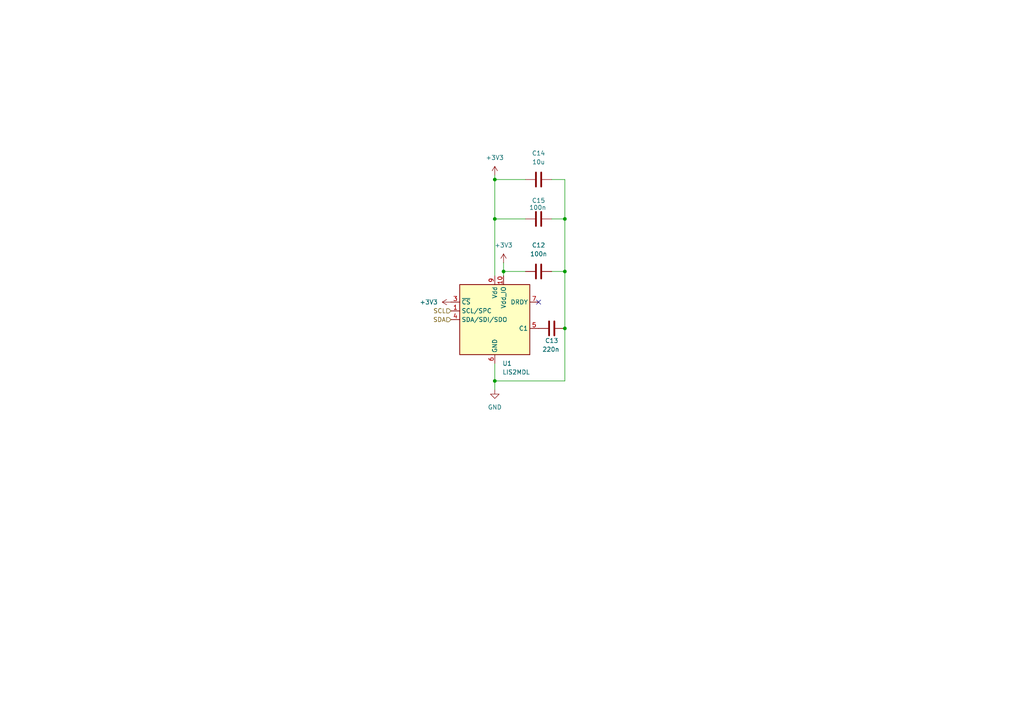
<source format=kicad_sch>
(kicad_sch
	(version 20231120)
	(generator "eeschema")
	(generator_version "8.0")
	(uuid "ec9f6516-d8a1-42aa-992d-fa3f4d02712a")
	(paper "A4")
	(lib_symbols
		(symbol "Device:C"
			(pin_numbers hide)
			(pin_names
				(offset 0.254)
			)
			(exclude_from_sim no)
			(in_bom yes)
			(on_board yes)
			(property "Reference" "C"
				(at 0.635 2.54 0)
				(effects
					(font
						(size 1.27 1.27)
					)
					(justify left)
				)
			)
			(property "Value" "C"
				(at 0.635 -2.54 0)
				(effects
					(font
						(size 1.27 1.27)
					)
					(justify left)
				)
			)
			(property "Footprint" ""
				(at 0.9652 -3.81 0)
				(effects
					(font
						(size 1.27 1.27)
					)
					(hide yes)
				)
			)
			(property "Datasheet" "~"
				(at 0 0 0)
				(effects
					(font
						(size 1.27 1.27)
					)
					(hide yes)
				)
			)
			(property "Description" "Unpolarized capacitor"
				(at 0 0 0)
				(effects
					(font
						(size 1.27 1.27)
					)
					(hide yes)
				)
			)
			(property "ki_keywords" "cap capacitor"
				(at 0 0 0)
				(effects
					(font
						(size 1.27 1.27)
					)
					(hide yes)
				)
			)
			(property "ki_fp_filters" "C_*"
				(at 0 0 0)
				(effects
					(font
						(size 1.27 1.27)
					)
					(hide yes)
				)
			)
			(symbol "C_0_1"
				(polyline
					(pts
						(xy -2.032 -0.762) (xy 2.032 -0.762)
					)
					(stroke
						(width 0.508)
						(type default)
					)
					(fill
						(type none)
					)
				)
				(polyline
					(pts
						(xy -2.032 0.762) (xy 2.032 0.762)
					)
					(stroke
						(width 0.508)
						(type default)
					)
					(fill
						(type none)
					)
				)
			)
			(symbol "C_1_1"
				(pin passive line
					(at 0 3.81 270)
					(length 2.794)
					(name "~"
						(effects
							(font
								(size 1.27 1.27)
							)
						)
					)
					(number "1"
						(effects
							(font
								(size 1.27 1.27)
							)
						)
					)
				)
				(pin passive line
					(at 0 -3.81 90)
					(length 2.794)
					(name "~"
						(effects
							(font
								(size 1.27 1.27)
							)
						)
					)
					(number "2"
						(effects
							(font
								(size 1.27 1.27)
							)
						)
					)
				)
			)
		)
		(symbol "Sensor_Magnetic:LIS2MDL"
			(exclude_from_sim no)
			(in_bom yes)
			(on_board yes)
			(property "Reference" "U"
				(at -8.89 11.43 0)
				(effects
					(font
						(size 1.27 1.27)
					)
				)
			)
			(property "Value" "LIS2MDL"
				(at 7.62 11.43 0)
				(effects
					(font
						(size 1.27 1.27)
					)
				)
			)
			(property "Footprint" "Package_LGA:LGA-12_2x2mm_P0.5mm"
				(at 30.48 -7.62 0)
				(effects
					(font
						(size 1.27 1.27)
					)
					(hide yes)
				)
			)
			(property "Datasheet" "https://www.st.com/resource/en/datasheet/lis2mdl.pdf"
				(at 38.1 -10.16 0)
				(effects
					(font
						(size 1.27 1.27)
					)
					(hide yes)
				)
			)
			(property "Description" "Ultra-low-power, 3-axis digital output magnetometer, LGA-12"
				(at 0 0 0)
				(effects
					(font
						(size 1.27 1.27)
					)
					(hide yes)
				)
			)
			(property "ki_keywords" "digital magnetometer"
				(at 0 0 0)
				(effects
					(font
						(size 1.27 1.27)
					)
					(hide yes)
				)
			)
			(property "ki_fp_filters" "LGA*2x2mm*P0.5mm*"
				(at 0 0 0)
				(effects
					(font
						(size 1.27 1.27)
					)
					(hide yes)
				)
			)
			(symbol "LIS2MDL_0_1"
				(rectangle
					(start -10.16 10.16)
					(end 10.16 -10.16)
					(stroke
						(width 0.254)
						(type default)
					)
					(fill
						(type background)
					)
				)
			)
			(symbol "LIS2MDL_1_1"
				(pin input line
					(at -12.7 2.54 0)
					(length 2.54)
					(name "SCL/SPC"
						(effects
							(font
								(size 1.27 1.27)
							)
						)
					)
					(number "1"
						(effects
							(font
								(size 1.27 1.27)
							)
						)
					)
				)
				(pin power_in line
					(at 2.54 12.7 270)
					(length 2.54)
					(name "Vdd_IO"
						(effects
							(font
								(size 1.27 1.27)
							)
						)
					)
					(number "10"
						(effects
							(font
								(size 1.27 1.27)
							)
						)
					)
				)
				(pin no_connect line
					(at -10.16 -7.62 0)
					(length 2.54) hide
					(name "NC"
						(effects
							(font
								(size 1.27 1.27)
							)
						)
					)
					(number "11"
						(effects
							(font
								(size 1.27 1.27)
							)
						)
					)
				)
				(pin no_connect line
					(at 10.16 -7.62 180)
					(length 2.54) hide
					(name "NC"
						(effects
							(font
								(size 1.27 1.27)
							)
						)
					)
					(number "12"
						(effects
							(font
								(size 1.27 1.27)
							)
						)
					)
				)
				(pin no_connect line
					(at -10.16 -5.08 0)
					(length 2.54) hide
					(name "NC"
						(effects
							(font
								(size 1.27 1.27)
							)
						)
					)
					(number "2"
						(effects
							(font
								(size 1.27 1.27)
							)
						)
					)
				)
				(pin input line
					(at -12.7 5.08 0)
					(length 2.54)
					(name "~{CS}"
						(effects
							(font
								(size 1.27 1.27)
							)
						)
					)
					(number "3"
						(effects
							(font
								(size 1.27 1.27)
							)
						)
					)
				)
				(pin bidirectional line
					(at -12.7 0 0)
					(length 2.54)
					(name "SDA/SDI/SDO"
						(effects
							(font
								(size 1.27 1.27)
							)
						)
					)
					(number "4"
						(effects
							(font
								(size 1.27 1.27)
							)
						)
					)
				)
				(pin power_out line
					(at 12.7 -2.54 180)
					(length 2.54)
					(name "C1"
						(effects
							(font
								(size 1.27 1.27)
							)
						)
					)
					(number "5"
						(effects
							(font
								(size 1.27 1.27)
							)
						)
					)
				)
				(pin power_in line
					(at 0 -12.7 90)
					(length 2.54)
					(name "GND"
						(effects
							(font
								(size 1.27 1.27)
							)
						)
					)
					(number "6"
						(effects
							(font
								(size 1.27 1.27)
							)
						)
					)
				)
				(pin output line
					(at 12.7 5.08 180)
					(length 2.54)
					(name "DRDY"
						(effects
							(font
								(size 1.27 1.27)
							)
						)
					)
					(number "7"
						(effects
							(font
								(size 1.27 1.27)
							)
						)
					)
					(alternate "INT" output line)
					(alternate "SDO" output line)
				)
				(pin passive line
					(at 0 -12.7 90)
					(length 2.54) hide
					(name "GND"
						(effects
							(font
								(size 1.27 1.27)
							)
						)
					)
					(number "8"
						(effects
							(font
								(size 1.27 1.27)
							)
						)
					)
				)
				(pin power_in line
					(at 0 12.7 270)
					(length 2.54)
					(name "Vdd"
						(effects
							(font
								(size 1.27 1.27)
							)
						)
					)
					(number "9"
						(effects
							(font
								(size 1.27 1.27)
							)
						)
					)
				)
			)
		)
		(symbol "power:+3V3"
			(power)
			(pin_numbers hide)
			(pin_names
				(offset 0) hide)
			(exclude_from_sim no)
			(in_bom yes)
			(on_board yes)
			(property "Reference" "#PWR"
				(at 0 -3.81 0)
				(effects
					(font
						(size 1.27 1.27)
					)
					(hide yes)
				)
			)
			(property "Value" "+3V3"
				(at 0 3.556 0)
				(effects
					(font
						(size 1.27 1.27)
					)
				)
			)
			(property "Footprint" ""
				(at 0 0 0)
				(effects
					(font
						(size 1.27 1.27)
					)
					(hide yes)
				)
			)
			(property "Datasheet" ""
				(at 0 0 0)
				(effects
					(font
						(size 1.27 1.27)
					)
					(hide yes)
				)
			)
			(property "Description" "Power symbol creates a global label with name \"+3V3\""
				(at 0 0 0)
				(effects
					(font
						(size 1.27 1.27)
					)
					(hide yes)
				)
			)
			(property "ki_keywords" "global power"
				(at 0 0 0)
				(effects
					(font
						(size 1.27 1.27)
					)
					(hide yes)
				)
			)
			(symbol "+3V3_0_1"
				(polyline
					(pts
						(xy -0.762 1.27) (xy 0 2.54)
					)
					(stroke
						(width 0)
						(type default)
					)
					(fill
						(type none)
					)
				)
				(polyline
					(pts
						(xy 0 0) (xy 0 2.54)
					)
					(stroke
						(width 0)
						(type default)
					)
					(fill
						(type none)
					)
				)
				(polyline
					(pts
						(xy 0 2.54) (xy 0.762 1.27)
					)
					(stroke
						(width 0)
						(type default)
					)
					(fill
						(type none)
					)
				)
			)
			(symbol "+3V3_1_1"
				(pin power_in line
					(at 0 0 90)
					(length 0)
					(name "~"
						(effects
							(font
								(size 1.27 1.27)
							)
						)
					)
					(number "1"
						(effects
							(font
								(size 1.27 1.27)
							)
						)
					)
				)
			)
		)
		(symbol "power:GND"
			(power)
			(pin_numbers hide)
			(pin_names
				(offset 0) hide)
			(exclude_from_sim no)
			(in_bom yes)
			(on_board yes)
			(property "Reference" "#PWR"
				(at 0 -6.35 0)
				(effects
					(font
						(size 1.27 1.27)
					)
					(hide yes)
				)
			)
			(property "Value" "GND"
				(at 0 -3.81 0)
				(effects
					(font
						(size 1.27 1.27)
					)
				)
			)
			(property "Footprint" ""
				(at 0 0 0)
				(effects
					(font
						(size 1.27 1.27)
					)
					(hide yes)
				)
			)
			(property "Datasheet" ""
				(at 0 0 0)
				(effects
					(font
						(size 1.27 1.27)
					)
					(hide yes)
				)
			)
			(property "Description" "Power symbol creates a global label with name \"GND\" , ground"
				(at 0 0 0)
				(effects
					(font
						(size 1.27 1.27)
					)
					(hide yes)
				)
			)
			(property "ki_keywords" "global power"
				(at 0 0 0)
				(effects
					(font
						(size 1.27 1.27)
					)
					(hide yes)
				)
			)
			(symbol "GND_0_1"
				(polyline
					(pts
						(xy 0 0) (xy 0 -1.27) (xy 1.27 -1.27) (xy 0 -2.54) (xy -1.27 -1.27) (xy 0 -1.27)
					)
					(stroke
						(width 0)
						(type default)
					)
					(fill
						(type none)
					)
				)
			)
			(symbol "GND_1_1"
				(pin power_in line
					(at 0 0 270)
					(length 0)
					(name "~"
						(effects
							(font
								(size 1.27 1.27)
							)
						)
					)
					(number "1"
						(effects
							(font
								(size 1.27 1.27)
							)
						)
					)
				)
			)
		)
	)
	(junction
		(at 163.83 78.74)
		(diameter 0)
		(color 0 0 0 0)
		(uuid "0d63de9c-782e-40ab-9ea0-2c39db75e3bc")
	)
	(junction
		(at 143.51 110.49)
		(diameter 0)
		(color 0 0 0 0)
		(uuid "2a8469cb-ab43-49b2-9962-05068c955cf8")
	)
	(junction
		(at 163.83 95.25)
		(diameter 0)
		(color 0 0 0 0)
		(uuid "45efa60c-f0b4-4adf-a10f-83c05d8ca616")
	)
	(junction
		(at 143.51 63.5)
		(diameter 0)
		(color 0 0 0 0)
		(uuid "6eed7acf-1b35-4bac-b38e-b22237b574c4")
	)
	(junction
		(at 146.05 78.74)
		(diameter 0)
		(color 0 0 0 0)
		(uuid "713d433f-0d4a-46cd-a888-c72db81f8815")
	)
	(junction
		(at 163.83 63.5)
		(diameter 0)
		(color 0 0 0 0)
		(uuid "c91adb61-96e6-4dd0-87e2-043a52f4211c")
	)
	(junction
		(at 143.51 52.07)
		(diameter 0)
		(color 0 0 0 0)
		(uuid "dfa96f2c-2db6-4208-937b-f744b6b33f90")
	)
	(no_connect
		(at 156.21 87.63)
		(uuid "302293f9-0547-499d-8665-caf971848c80")
	)
	(wire
		(pts
			(xy 163.83 95.25) (xy 163.83 78.74)
		)
		(stroke
			(width 0)
			(type default)
		)
		(uuid "04deaddc-b7c5-4ea5-93ef-5af3f0aeef5b")
	)
	(wire
		(pts
			(xy 143.51 110.49) (xy 143.51 113.03)
		)
		(stroke
			(width 0)
			(type default)
		)
		(uuid "4037b534-e42a-45f8-b51a-eba02423eb52")
	)
	(wire
		(pts
			(xy 146.05 78.74) (xy 152.4 78.74)
		)
		(stroke
			(width 0)
			(type default)
		)
		(uuid "429ca43c-b31d-4657-9fd8-a09309154415")
	)
	(wire
		(pts
			(xy 143.51 105.41) (xy 143.51 110.49)
		)
		(stroke
			(width 0)
			(type default)
		)
		(uuid "4afc8c67-7dc1-48c8-9463-e579a298e9aa")
	)
	(wire
		(pts
			(xy 146.05 76.2) (xy 146.05 78.74)
		)
		(stroke
			(width 0)
			(type default)
		)
		(uuid "4f0a9e38-3819-44ca-81da-bdb2a6fc699c")
	)
	(wire
		(pts
			(xy 163.83 78.74) (xy 163.83 63.5)
		)
		(stroke
			(width 0)
			(type default)
		)
		(uuid "5553e756-4f57-4c33-bf1a-d4a373c36cde")
	)
	(wire
		(pts
			(xy 160.02 78.74) (xy 163.83 78.74)
		)
		(stroke
			(width 0)
			(type default)
		)
		(uuid "5cbe2327-8795-452f-a57f-b4a854b06c12")
	)
	(wire
		(pts
			(xy 152.4 52.07) (xy 143.51 52.07)
		)
		(stroke
			(width 0)
			(type default)
		)
		(uuid "5cdd0591-a90e-49f0-8ce6-1e9a28cbcf28")
	)
	(wire
		(pts
			(xy 163.83 52.07) (xy 160.02 52.07)
		)
		(stroke
			(width 0)
			(type default)
		)
		(uuid "694d1904-0d8e-4fb4-9fc5-85e6b9487d61")
	)
	(wire
		(pts
			(xy 160.02 63.5) (xy 163.83 63.5)
		)
		(stroke
			(width 0)
			(type default)
		)
		(uuid "72a7c7d0-0a9a-4caf-b112-8dd7389e9ef8")
	)
	(wire
		(pts
			(xy 163.83 110.49) (xy 163.83 95.25)
		)
		(stroke
			(width 0)
			(type default)
		)
		(uuid "73a40d13-4fd9-413a-a29e-e94bd54b350f")
	)
	(wire
		(pts
			(xy 163.83 63.5) (xy 163.83 52.07)
		)
		(stroke
			(width 0)
			(type default)
		)
		(uuid "85a04e84-05ff-462b-b7cd-c99db9bcb0bd")
	)
	(wire
		(pts
			(xy 146.05 78.74) (xy 146.05 80.01)
		)
		(stroke
			(width 0)
			(type default)
		)
		(uuid "a73fe203-9796-4e33-916e-2b4a28a0a60d")
	)
	(wire
		(pts
			(xy 143.51 50.8) (xy 143.51 52.07)
		)
		(stroke
			(width 0)
			(type default)
		)
		(uuid "a9c43e78-cced-43d9-a133-4bcde84cd1a4")
	)
	(wire
		(pts
			(xy 152.4 63.5) (xy 143.51 63.5)
		)
		(stroke
			(width 0)
			(type default)
		)
		(uuid "bbe78647-7144-4db3-914f-6e0687a4bb50")
	)
	(wire
		(pts
			(xy 143.51 110.49) (xy 163.83 110.49)
		)
		(stroke
			(width 0)
			(type default)
		)
		(uuid "c4265e12-25f8-4e89-90eb-b371e3a399f9")
	)
	(wire
		(pts
			(xy 143.51 52.07) (xy 143.51 63.5)
		)
		(stroke
			(width 0)
			(type default)
		)
		(uuid "d5539785-4da7-4b79-9d02-6f5c89e36059")
	)
	(wire
		(pts
			(xy 143.51 63.5) (xy 143.51 80.01)
		)
		(stroke
			(width 0)
			(type default)
		)
		(uuid "f4a48759-04a4-4d62-91cf-ed585cd19a9f")
	)
	(hierarchical_label "SDA"
		(shape input)
		(at 130.81 92.71 180)
		(fields_autoplaced yes)
		(effects
			(font
				(size 1.27 1.27)
			)
			(justify right)
		)
		(uuid "7260948c-1cf0-4334-a324-04e3b42438a0")
	)
	(hierarchical_label "SCL"
		(shape input)
		(at 130.81 90.17 180)
		(fields_autoplaced yes)
		(effects
			(font
				(size 1.27 1.27)
			)
			(justify right)
		)
		(uuid "ad788042-f37d-4b0c-9368-16a9edd81796")
	)
	(symbol
		(lib_id "power:+3V3")
		(at 130.81 87.63 90)
		(unit 1)
		(exclude_from_sim no)
		(in_bom yes)
		(on_board yes)
		(dnp no)
		(fields_autoplaced yes)
		(uuid "002e4649-3cc9-48ce-b3a8-6b76a1e3b28e")
		(property "Reference" "#PWR058"
			(at 134.62 87.63 0)
			(effects
				(font
					(size 1.27 1.27)
				)
				(hide yes)
			)
		)
		(property "Value" "+3V3"
			(at 127 87.6299 90)
			(effects
				(font
					(size 1.27 1.27)
				)
				(justify left)
			)
		)
		(property "Footprint" ""
			(at 130.81 87.63 0)
			(effects
				(font
					(size 1.27 1.27)
				)
				(hide yes)
			)
		)
		(property "Datasheet" ""
			(at 130.81 87.63 0)
			(effects
				(font
					(size 1.27 1.27)
				)
				(hide yes)
			)
		)
		(property "Description" "Power symbol creates a global label with name \"+3V3\""
			(at 130.81 87.63 0)
			(effects
				(font
					(size 1.27 1.27)
				)
				(hide yes)
			)
		)
		(pin "1"
			(uuid "f21436a0-fe9f-4660-910a-cacb6e63449a")
		)
		(instances
			(project "PCB_CDFR"
				(path "/3c3cb7cd-e8cc-430c-ac5b-45b76eff6266/995ff4cd-13a5-4cd0-88fa-5efa2439a743"
					(reference "#PWR058")
					(unit 1)
				)
			)
		)
	)
	(symbol
		(lib_id "Device:C")
		(at 156.21 78.74 90)
		(unit 1)
		(exclude_from_sim no)
		(in_bom yes)
		(on_board yes)
		(dnp no)
		(fields_autoplaced yes)
		(uuid "18092913-2212-4a69-a57c-c372bcd2f6da")
		(property "Reference" "C12"
			(at 156.21 71.12 90)
			(effects
				(font
					(size 1.27 1.27)
				)
			)
		)
		(property "Value" "100n"
			(at 156.21 73.66 90)
			(effects
				(font
					(size 1.27 1.27)
				)
			)
		)
		(property "Footprint" "Capacitor_SMD:C_0805_2012Metric_Pad1.18x1.45mm_HandSolder"
			(at 160.02 77.7748 0)
			(effects
				(font
					(size 1.27 1.27)
				)
				(hide yes)
			)
		)
		(property "Datasheet" "~"
			(at 156.21 78.74 0)
			(effects
				(font
					(size 1.27 1.27)
				)
				(hide yes)
			)
		)
		(property "Description" "Unpolarized capacitor"
			(at 156.21 78.74 0)
			(effects
				(font
					(size 1.27 1.27)
				)
				(hide yes)
			)
		)
		(pin "1"
			(uuid "41a734ec-8784-4398-a92a-b3540dc1412b")
		)
		(pin "2"
			(uuid "1dac9b63-d4db-45f3-a3ec-228721ca8315")
		)
		(instances
			(project ""
				(path "/3c3cb7cd-e8cc-430c-ac5b-45b76eff6266/995ff4cd-13a5-4cd0-88fa-5efa2439a743"
					(reference "C12")
					(unit 1)
				)
			)
		)
	)
	(symbol
		(lib_id "Device:C")
		(at 156.21 63.5 90)
		(unit 1)
		(exclude_from_sim no)
		(in_bom yes)
		(on_board yes)
		(dnp no)
		(uuid "629aa447-62b5-43f8-8202-04d691581233")
		(property "Reference" "C15"
			(at 156.21 58.166 90)
			(effects
				(font
					(size 1.27 1.27)
				)
			)
		)
		(property "Value" "100n"
			(at 155.956 60.198 90)
			(effects
				(font
					(size 1.27 1.27)
				)
			)
		)
		(property "Footprint" "Capacitor_SMD:C_0805_2012Metric_Pad1.18x1.45mm_HandSolder"
			(at 160.02 62.5348 0)
			(effects
				(font
					(size 1.27 1.27)
				)
				(hide yes)
			)
		)
		(property "Datasheet" "~"
			(at 156.21 63.5 0)
			(effects
				(font
					(size 1.27 1.27)
				)
				(hide yes)
			)
		)
		(property "Description" "Unpolarized capacitor"
			(at 156.21 63.5 0)
			(effects
				(font
					(size 1.27 1.27)
				)
				(hide yes)
			)
		)
		(pin "1"
			(uuid "d716845e-fc31-48b1-9812-a36f41325eca")
		)
		(pin "2"
			(uuid "872b69af-6391-48d9-bfcd-e99222e65d51")
		)
		(instances
			(project "PCB_CDFR"
				(path "/3c3cb7cd-e8cc-430c-ac5b-45b76eff6266/995ff4cd-13a5-4cd0-88fa-5efa2439a743"
					(reference "C15")
					(unit 1)
				)
			)
		)
	)
	(symbol
		(lib_id "power:+3V3")
		(at 143.51 50.8 0)
		(unit 1)
		(exclude_from_sim no)
		(in_bom yes)
		(on_board yes)
		(dnp no)
		(fields_autoplaced yes)
		(uuid "63afed9d-b82d-4ca3-87f0-f93f51219d37")
		(property "Reference" "#PWR057"
			(at 143.51 54.61 0)
			(effects
				(font
					(size 1.27 1.27)
				)
				(hide yes)
			)
		)
		(property "Value" "+3V3"
			(at 143.51 45.72 0)
			(effects
				(font
					(size 1.27 1.27)
				)
			)
		)
		(property "Footprint" ""
			(at 143.51 50.8 0)
			(effects
				(font
					(size 1.27 1.27)
				)
				(hide yes)
			)
		)
		(property "Datasheet" ""
			(at 143.51 50.8 0)
			(effects
				(font
					(size 1.27 1.27)
				)
				(hide yes)
			)
		)
		(property "Description" "Power symbol creates a global label with name \"+3V3\""
			(at 143.51 50.8 0)
			(effects
				(font
					(size 1.27 1.27)
				)
				(hide yes)
			)
		)
		(pin "1"
			(uuid "cc179de6-0dbd-4143-b560-738557a142d3")
		)
		(instances
			(project "PCB_CDFR"
				(path "/3c3cb7cd-e8cc-430c-ac5b-45b76eff6266/995ff4cd-13a5-4cd0-88fa-5efa2439a743"
					(reference "#PWR057")
					(unit 1)
				)
			)
		)
	)
	(symbol
		(lib_id "power:+3V3")
		(at 146.05 76.2 0)
		(unit 1)
		(exclude_from_sim no)
		(in_bom yes)
		(on_board yes)
		(dnp no)
		(fields_autoplaced yes)
		(uuid "6c865ceb-5ba6-4302-b851-21f20286ae90")
		(property "Reference" "#PWR055"
			(at 146.05 80.01 0)
			(effects
				(font
					(size 1.27 1.27)
				)
				(hide yes)
			)
		)
		(property "Value" "+3V3"
			(at 146.05 71.12 0)
			(effects
				(font
					(size 1.27 1.27)
				)
			)
		)
		(property "Footprint" ""
			(at 146.05 76.2 0)
			(effects
				(font
					(size 1.27 1.27)
				)
				(hide yes)
			)
		)
		(property "Datasheet" ""
			(at 146.05 76.2 0)
			(effects
				(font
					(size 1.27 1.27)
				)
				(hide yes)
			)
		)
		(property "Description" "Power symbol creates a global label with name \"+3V3\""
			(at 146.05 76.2 0)
			(effects
				(font
					(size 1.27 1.27)
				)
				(hide yes)
			)
		)
		(pin "1"
			(uuid "1c5bd276-1716-460f-9258-fc86dc71f652")
		)
		(instances
			(project ""
				(path "/3c3cb7cd-e8cc-430c-ac5b-45b76eff6266/995ff4cd-13a5-4cd0-88fa-5efa2439a743"
					(reference "#PWR055")
					(unit 1)
				)
			)
		)
	)
	(symbol
		(lib_id "Device:C")
		(at 160.02 95.25 90)
		(unit 1)
		(exclude_from_sim no)
		(in_bom yes)
		(on_board yes)
		(dnp no)
		(uuid "b02a93f1-8b6c-4647-8acb-5f1b0665dfc0")
		(property "Reference" "C13"
			(at 160.02 98.806 90)
			(effects
				(font
					(size 1.27 1.27)
				)
			)
		)
		(property "Value" "220n"
			(at 159.766 101.346 90)
			(effects
				(font
					(size 1.27 1.27)
				)
			)
		)
		(property "Footprint" "Capacitor_SMD:C_0805_2012Metric_Pad1.18x1.45mm_HandSolder"
			(at 163.83 94.2848 0)
			(effects
				(font
					(size 1.27 1.27)
				)
				(hide yes)
			)
		)
		(property "Datasheet" "~"
			(at 160.02 95.25 0)
			(effects
				(font
					(size 1.27 1.27)
				)
				(hide yes)
			)
		)
		(property "Description" "Unpolarized capacitor"
			(at 160.02 95.25 0)
			(effects
				(font
					(size 1.27 1.27)
				)
				(hide yes)
			)
		)
		(pin "1"
			(uuid "359c4322-836b-4eb6-af0c-71c2a84e890e")
		)
		(pin "2"
			(uuid "8729a44d-43b3-4794-a3f1-a76a2ec175d4")
		)
		(instances
			(project "PCB_CDFR"
				(path "/3c3cb7cd-e8cc-430c-ac5b-45b76eff6266/995ff4cd-13a5-4cd0-88fa-5efa2439a743"
					(reference "C13")
					(unit 1)
				)
			)
		)
	)
	(symbol
		(lib_id "Sensor_Magnetic:LIS2MDL")
		(at 143.51 92.71 0)
		(unit 1)
		(exclude_from_sim no)
		(in_bom yes)
		(on_board yes)
		(dnp no)
		(fields_autoplaced yes)
		(uuid "b1758878-1a0d-4d6b-afd5-07aa71184963")
		(property "Reference" "U1"
			(at 145.7041 105.41 0)
			(effects
				(font
					(size 1.27 1.27)
				)
				(justify left)
			)
		)
		(property "Value" "LIS2MDL"
			(at 145.7041 107.95 0)
			(effects
				(font
					(size 1.27 1.27)
				)
				(justify left)
			)
		)
		(property "Footprint" "Package_LGA:LGA-12_2x2mm_P0.5mm"
			(at 173.99 100.33 0)
			(effects
				(font
					(size 1.27 1.27)
				)
				(hide yes)
			)
		)
		(property "Datasheet" "https://www.st.com/resource/en/datasheet/lis2mdl.pdf"
			(at 181.61 102.87 0)
			(effects
				(font
					(size 1.27 1.27)
				)
				(hide yes)
			)
		)
		(property "Description" "Ultra-low-power, 3-axis digital output magnetometer, LGA-12"
			(at 143.51 92.71 0)
			(effects
				(font
					(size 1.27 1.27)
				)
				(hide yes)
			)
		)
		(pin "2"
			(uuid "8f31c5c7-0b6e-4d0e-a766-8009875bea8b")
		)
		(pin "4"
			(uuid "6f66851f-a7f2-4bda-807d-a04061379c3c")
		)
		(pin "12"
			(uuid "b9805167-f227-4f5b-b9d7-c0c0f3558d72")
		)
		(pin "7"
			(uuid "d6b58241-a4b1-46d1-b5bf-df2d99ff98b9")
		)
		(pin "9"
			(uuid "51f1eb9e-ebe7-4124-90db-067d71e41cdc")
		)
		(pin "1"
			(uuid "87cdb1cd-08d1-4718-9610-dd366f1406e9")
		)
		(pin "6"
			(uuid "ca0a8d90-bb8a-44ab-ac8d-754dbe11dfd6")
		)
		(pin "5"
			(uuid "3c677210-959d-49c9-9bec-ce4e5bf1b158")
		)
		(pin "10"
			(uuid "62ce9575-67e1-4baf-b870-cda9d18d3c27")
		)
		(pin "3"
			(uuid "4378d119-b815-4928-a41d-f78e97fe1866")
		)
		(pin "11"
			(uuid "88b15182-f201-4d32-85d0-d6e60b23ecea")
		)
		(pin "8"
			(uuid "54988cb3-c89f-467b-8f78-a04df633ad63")
		)
		(instances
			(project "PCB_CDFR"
				(path "/3c3cb7cd-e8cc-430c-ac5b-45b76eff6266/995ff4cd-13a5-4cd0-88fa-5efa2439a743"
					(reference "U1")
					(unit 1)
				)
			)
		)
	)
	(symbol
		(lib_id "power:GND")
		(at 143.51 113.03 0)
		(unit 1)
		(exclude_from_sim no)
		(in_bom yes)
		(on_board yes)
		(dnp no)
		(fields_autoplaced yes)
		(uuid "e223674c-9a3e-4adf-ae73-f86a9b485e75")
		(property "Reference" "#PWR056"
			(at 143.51 119.38 0)
			(effects
				(font
					(size 1.27 1.27)
				)
				(hide yes)
			)
		)
		(property "Value" "GND"
			(at 143.51 118.11 0)
			(effects
				(font
					(size 1.27 1.27)
				)
			)
		)
		(property "Footprint" ""
			(at 143.51 113.03 0)
			(effects
				(font
					(size 1.27 1.27)
				)
				(hide yes)
			)
		)
		(property "Datasheet" ""
			(at 143.51 113.03 0)
			(effects
				(font
					(size 1.27 1.27)
				)
				(hide yes)
			)
		)
		(property "Description" "Power symbol creates a global label with name \"GND\" , ground"
			(at 143.51 113.03 0)
			(effects
				(font
					(size 1.27 1.27)
				)
				(hide yes)
			)
		)
		(pin "1"
			(uuid "0419f426-fff9-433f-b8e5-8a9bb21ed3ec")
		)
		(instances
			(project ""
				(path "/3c3cb7cd-e8cc-430c-ac5b-45b76eff6266/995ff4cd-13a5-4cd0-88fa-5efa2439a743"
					(reference "#PWR056")
					(unit 1)
				)
			)
		)
	)
	(symbol
		(lib_id "Device:C")
		(at 156.21 52.07 90)
		(unit 1)
		(exclude_from_sim no)
		(in_bom yes)
		(on_board yes)
		(dnp no)
		(fields_autoplaced yes)
		(uuid "eb84b572-76a8-4258-9201-a9ff07ee82bb")
		(property "Reference" "C14"
			(at 156.21 44.45 90)
			(effects
				(font
					(size 1.27 1.27)
				)
			)
		)
		(property "Value" "10u"
			(at 156.21 46.99 90)
			(effects
				(font
					(size 1.27 1.27)
				)
			)
		)
		(property "Footprint" "Capacitor_SMD:C_0805_2012Metric_Pad1.18x1.45mm_HandSolder"
			(at 160.02 51.1048 0)
			(effects
				(font
					(size 1.27 1.27)
				)
				(hide yes)
			)
		)
		(property "Datasheet" "~"
			(at 156.21 52.07 0)
			(effects
				(font
					(size 1.27 1.27)
				)
				(hide yes)
			)
		)
		(property "Description" "Unpolarized capacitor"
			(at 156.21 52.07 0)
			(effects
				(font
					(size 1.27 1.27)
				)
				(hide yes)
			)
		)
		(pin "1"
			(uuid "580e20e0-4b4f-4868-be29-a0a6a7033c09")
		)
		(pin "2"
			(uuid "bb76a7ef-9eab-48f9-b139-9028a7ba4ccd")
		)
		(instances
			(project "PCB_CDFR"
				(path "/3c3cb7cd-e8cc-430c-ac5b-45b76eff6266/995ff4cd-13a5-4cd0-88fa-5efa2439a743"
					(reference "C14")
					(unit 1)
				)
			)
		)
	)
)

</source>
